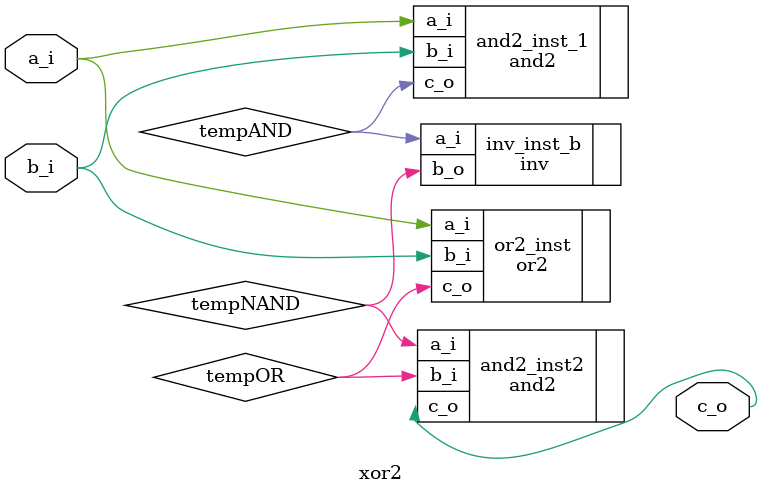
<source format=sv>
module xor2
  (input [0:0] a_i
  ,input [0:0] b_i
  ,output [0:0] c_o);

   // Your code here:
  wire [0:0] tempAND;
  wire [0:0] tempOR;
  wire [0:0] tempNAND;
  
  or2
    #()
  or2_inst
     (.a_i(a_i)
    , .b_i(b_i)
    , .c_o(tempOR)
    );
 
  and2
    #()
  and2_inst_1
     (.a_i(a_i)
    , .b_i(b_i)
    , .c_o(tempAND)
    );
  
  inv
    #()
  inv_inst_b
     (.a_i(tempAND)
     ,.b_o(tempNAND)
     );
  
  and2
    #()
  and2_inst2
     (.a_i(tempNAND)
    , .b_i(tempOR)
    , .c_o(c_o)
    );

endmodule

</source>
